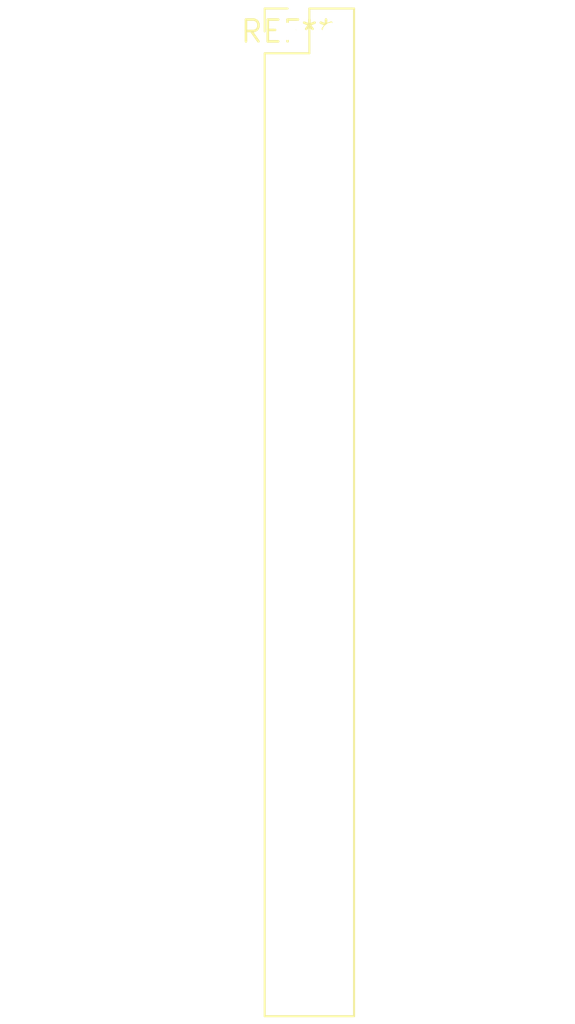
<source format=kicad_pcb>
(kicad_pcb (version 20240108) (generator pcbnew)
  (layers (0 "F.Cu" signal) (31 "B.Cu" signal) (34 "B.Paste" user) (35 "F.Paste" user) (36 "B.SilkS" user "B.Silkscreen") (37 "F.SilkS" user "F.Silkscreen") (38 "B.Mask" user) (39 "F.Mask" user) (44 "Edge.Cuts" user))
  (net 0 "")
  (footprint "PinHeader_2x23_P2.54mm_Vertical" (layer "F.Cu") (at 0 0)
    (property "Reference" "REF**")
    (property "Value" "PinHeader_2x23_P2.54mm_Vertical")
    (fp_line (start -1.33 -1.33) (end 0 -1.33) (layer "F.SilkS") (stroke (width 0.12)))
    (fp_line (start -1.33 0) (end -1.33 -1.33) (layer "F.SilkS") (stroke (width 0.12)))
    (fp_line (start -1.33 1.27) (end -1.33 57.21) (layer "F.SilkS") (stroke (width 0.12)))
    (fp_line (start -1.33 1.27) (end 1.27 1.27) (layer "F.SilkS") (stroke (width 0.12)))
    (fp_line (start -1.33 57.21) (end 3.87 57.21) (layer "F.SilkS") (stroke (width 0.12)))
    (fp_line (start 1.27 -1.33) (end 3.87 -1.33) (layer "F.SilkS") (stroke (width 0.12)))
    (fp_line (start 1.27 1.27) (end 1.27 -1.33) (layer "F.SilkS") (stroke (width 0.12)))
    (fp_line (start 3.87 -1.33) (end 3.87 57.21) (layer "F.SilkS") (stroke (width 0.12)))
    (pad "1" thru_hole rect (at 0 0) (size 1.7 1.7) (drill 1) (layers *.Cu *.Mask) (remove_unused_layers))
    (pad "2" thru_hole oval (at 2.54 0) (size 1.7 1.7) (drill 1) (layers *.Cu *.Mask) (remove_unused_layers))
    (pad "3" thru_hole oval (at 0 2.54) (size 1.7 1.7) (drill 1) (layers *.Cu *.Mask) (remove_unused_layers))
    (pad "4" thru_hole oval (at 2.54 2.54) (size 1.7 1.7) (drill 1) (layers *.Cu *.Mask) (remove_unused_layers))
    (pad "5" thru_hole oval (at 0 5.08) (size 1.7 1.7) (drill 1) (layers *.Cu *.Mask) (remove_unused_layers))
    (pad "6" thru_hole oval (at 2.54 5.08) (size 1.7 1.7) (drill 1) (layers *.Cu *.Mask) (remove_unused_layers))
    (pad "7" thru_hole oval (at 0 7.62) (size 1.7 1.7) (drill 1) (layers *.Cu *.Mask) (remove_unused_layers))
    (pad "8" thru_hole oval (at 2.54 7.62) (size 1.7 1.7) (drill 1) (layers *.Cu *.Mask) (remove_unused_layers))
    (pad "9" thru_hole oval (at 0 10.16) (size 1.7 1.7) (drill 1) (layers *.Cu *.Mask) (remove_unused_layers))
    (pad "10" thru_hole oval (at 2.54 10.16) (size 1.7 1.7) (drill 1) (layers *.Cu *.Mask) (remove_unused_layers))
    (pad "11" thru_hole oval (at 0 12.7) (size 1.7 1.7) (drill 1) (layers *.Cu *.Mask) (remove_unused_layers))
    (pad "12" thru_hole oval (at 2.54 12.7) (size 1.7 1.7) (drill 1) (layers *.Cu *.Mask) (remove_unused_layers))
    (pad "13" thru_hole oval (at 0 15.24) (size 1.7 1.7) (drill 1) (layers *.Cu *.Mask) (remove_unused_layers))
    (pad "14" thru_hole oval (at 2.54 15.24) (size 1.7 1.7) (drill 1) (layers *.Cu *.Mask) (remove_unused_layers))
    (pad "15" thru_hole oval (at 0 17.78) (size 1.7 1.7) (drill 1) (layers *.Cu *.Mask) (remove_unused_layers))
    (pad "16" thru_hole oval (at 2.54 17.78) (size 1.7 1.7) (drill 1) (layers *.Cu *.Mask) (remove_unused_layers))
    (pad "17" thru_hole oval (at 0 20.32) (size 1.7 1.7) (drill 1) (layers *.Cu *.Mask) (remove_unused_layers))
    (pad "18" thru_hole oval (at 2.54 20.32) (size 1.7 1.7) (drill 1) (layers *.Cu *.Mask) (remove_unused_layers))
    (pad "19" thru_hole oval (at 0 22.86) (size 1.7 1.7) (drill 1) (layers *.Cu *.Mask) (remove_unused_layers))
    (pad "20" thru_hole oval (at 2.54 22.86) (size 1.7 1.7) (drill 1) (layers *.Cu *.Mask) (remove_unused_layers))
    (pad "21" thru_hole oval (at 0 25.4) (size 1.7 1.7) (drill 1) (layers *.Cu *.Mask) (remove_unused_layers))
    (pad "22" thru_hole oval (at 2.54 25.4) (size 1.7 1.7) (drill 1) (layers *.Cu *.Mask) (remove_unused_layers))
    (pad "23" thru_hole oval (at 0 27.94) (size 1.7 1.7) (drill 1) (layers *.Cu *.Mask) (remove_unused_layers))
    (pad "24" thru_hole oval (at 2.54 27.94) (size 1.7 1.7) (drill 1) (layers *.Cu *.Mask) (remove_unused_layers))
    (pad "25" thru_hole oval (at 0 30.48) (size 1.7 1.7) (drill 1) (layers *.Cu *.Mask) (remove_unused_layers))
    (pad "26" thru_hole oval (at 2.54 30.48) (size 1.7 1.7) (drill 1) (layers *.Cu *.Mask) (remove_unused_layers))
    (pad "27" thru_hole oval (at 0 33.02) (size 1.7 1.7) (drill 1) (layers *.Cu *.Mask) (remove_unused_layers))
    (pad "28" thru_hole oval (at 2.54 33.02) (size 1.7 1.7) (drill 1) (layers *.Cu *.Mask) (remove_unused_layers))
    (pad "29" thru_hole oval (at 0 35.56) (size 1.7 1.7) (drill 1) (layers *.Cu *.Mask) (remove_unused_layers))
    (pad "30" thru_hole oval (at 2.54 35.56) (size 1.7 1.7) (drill 1) (layers *.Cu *.Mask) (remove_unused_layers))
    (pad "31" thru_hole oval (at 0 38.1) (size 1.7 1.7) (drill 1) (layers *.Cu *.Mask) (remove_unused_layers))
    (pad "32" thru_hole oval (at 2.54 38.1) (size 1.7 1.7) (drill 1) (layers *.Cu *.Mask) (remove_unused_layers))
    (pad "33" thru_hole oval (at 0 40.64) (size 1.7 1.7) (drill 1) (layers *.Cu *.Mask) (remove_unused_layers))
    (pad "34" thru_hole oval (at 2.54 40.64) (size 1.7 1.7) (drill 1) (layers *.Cu *.Mask) (remove_unused_layers))
    (pad "35" thru_hole oval (at 0 43.18) (size 1.7 1.7) (drill 1) (layers *.Cu *.Mask) (remove_unused_layers))
    (pad "36" thru_hole oval (at 2.54 43.18) (size 1.7 1.7) (drill 1) (layers *.Cu *.Mask) (remove_unused_layers))
    (pad "37" thru_hole oval (at 0 45.72) (size 1.7 1.7) (drill 1) (layers *.Cu *.Mask) (remove_unused_layers))
    (pad "38" thru_hole oval (at 2.54 45.72) (size 1.7 1.7) (drill 1) (layers *.Cu *.Mask) (remove_unused_layers))
    (pad "39" thru_hole oval (at 0 48.26) (size 1.7 1.7) (drill 1) (layers *.Cu *.Mask) (remove_unused_layers))
    (pad "40" thru_hole oval (at 2.54 48.26) (size 1.7 1.7) (drill 1) (layers *.Cu *.Mask) (remove_unused_layers))
    (pad "41" thru_hole oval (at 0 50.8) (size 1.7 1.7) (drill 1) (layers *.Cu *.Mask) (remove_unused_layers))
    (pad "42" thru_hole oval (at 2.54 50.8) (size 1.7 1.7) (drill 1) (layers *.Cu *.Mask) (remove_unused_layers))
    (pad "43" thru_hole oval (at 0 53.34) (size 1.7 1.7) (drill 1) (layers *.Cu *.Mask) (remove_unused_layers))
    (pad "44" thru_hole oval (at 2.54 53.34) (size 1.7 1.7) (drill 1) (layers *.Cu *.Mask) (remove_unused_layers))
    (pad "45" thru_hole oval (at 0 55.88) (size 1.7 1.7) (drill 1) (layers *.Cu *.Mask) (remove_unused_layers))
    (pad "46" thru_hole oval (at 2.54 55.88) (size 1.7 1.7) (drill 1) (layers *.Cu *.Mask) (remove_unused_layers))
  )
)
</source>
